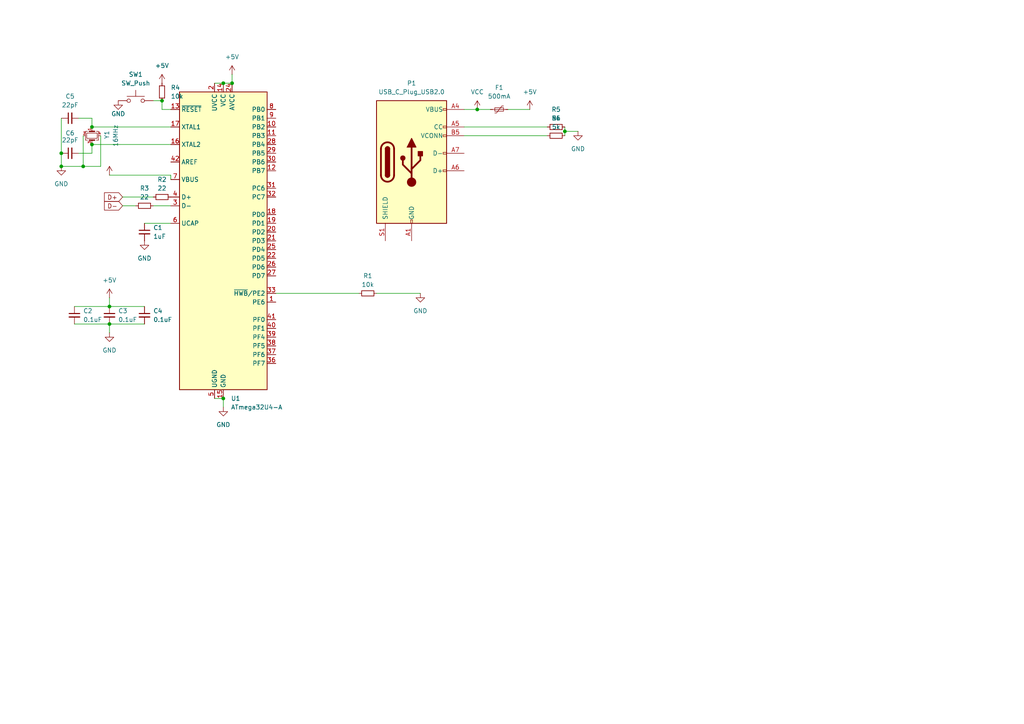
<source format=kicad_sch>
(kicad_sch (version 20231120) (generator "eeschema") (generator_version "8.0")
  (paper "A4")
  (lib_symbols
    (symbol "Connector:USB_C_Plug_USB2.0" (pin_names (offset 1.016))
      (property "Reference" "P" (at -10.16 19.05 0))
      (property "Value" "USB_C_Plug_USB2.0" (at 12.7 19.05 0))
      (symbol "USB_C_Plug_USB2.0_0_0"
        (rectangle (start -0.254 -17.78) (end 0.254 -16.764))
        (rectangle (start 10.16 -2.286) (end 9.144 -2.794))
        (rectangle (start 10.16 2.794) (end 9.144 2.286))
        (rectangle (start 10.16 7.874) (end 9.144 7.366))
        (rectangle (start 10.16 10.414) (end 9.144 9.906))
        (rectangle (start 10.16 15.494) (end 9.144 14.986))
      )
      (symbol "USB_C_Plug_USB2.0_0_1"
        (rectangle (start -10.16 17.78) (end 10.16 -17.78) (stroke (width 0.254)) (fill (type background)))
        (arc (start -8.89 -3.81) (mid -6.985 -5.7067) (end -5.08 -3.81) (stroke (width 0.508)))
        (arc (start -7.62 -3.81) (mid -6.985 -4.4423) (end -6.35 -3.81) (stroke (width 0.254)))
        (arc (start -7.62 -3.81) (mid -6.985 -4.4423) (end -6.35 -3.81) (stroke (width 0.254)) (fill (type outline)))
        (rectangle (start -7.62 -3.81) (end -6.35 3.81) (stroke (width 0.254)) (fill (type outline)))
        (arc (start -6.35 3.81) (mid -6.985 4.4423) (end -7.62 3.81) (stroke (width 0.254)))
        (arc (start -6.35 3.81) (mid -6.985 4.4423) (end -7.62 3.81) (stroke (width 0.254)) (fill (type outline)))
        (arc (start -5.08 3.81) (mid -6.985 5.7067) (end -8.89 3.81) (stroke (width 0.508)))
        (circle (center -2.54 1.143) (radius 0.635) (stroke (width 0.254)) (fill (type outline)))
        (circle (center 0 -5.842) (radius 1.27) (fill (type outline)))
        (polyline (pts (xy -8.89 -3.81) (xy -8.89 3.81)) (stroke (width 0.508)))
        (polyline (pts (xy -5.08 3.81) (xy -5.08 -3.81)) (stroke (width 0.508)))
        (polyline (pts (xy 0 -5.842) (xy 0 4.318)) (stroke (width 0.508)))
        (polyline (pts (xy 0 -3.302) (xy -2.54 -0.762) (xy -2.54 0.508)) (stroke (width 0.508)))
        (polyline (pts (xy 0 -2.032) (xy 2.54 0.508) (xy 2.54 1.778)) (stroke (width 0.508)))
        (polyline (pts (xy -1.27 4.318) (xy 0 6.858) (xy 1.27 4.318) (xy -1.27 4.318)) (stroke (width 0.254)) (fill (type outline)))
        (rectangle (start 1.905 1.778) (end 3.175 3.048) (stroke (width 0.254)) (fill (type outline)))
      )
      (symbol "USB_C_Plug_USB2.0_1_1"
        (pin passive line (at 0 -22.86 90) (length 5.08) (name "GND") (number "A1"))
        (pin passive line (at 0 -22.86 90) (length 5.08) hide (name "GND") (number "A12"))
        (pin passive line (at 15.24 15.24 180) (length 5.08) (name "VBUS") (number "A4"))
        (pin bidirectional line (at 15.24 10.16 180) (length 5.08) (name "CC") (number "A5"))
        (pin bidirectional line (at 15.24 -2.54 180) (length 5.08) (name "D+") (number "A6"))
        (pin bidirectional line (at 15.24 2.54 180) (length 5.08) (name "D-") (number "A7"))
        (pin passive line (at 15.24 15.24 180) (length 5.08) hide (name "VBUS") (number "A9"))
        (pin passive line (at 0 -22.86 90) (length 5.08) hide (name "GND") (number "B1"))
        (pin passive line (at 0 -22.86 90) (length 5.08) hide (name "GND") (number "B12"))
        (pin passive line (at 15.24 15.24 180) (length 5.08) hide (name "VBUS") (number "B4"))
        (pin bidirectional line (at 15.24 7.62 180) (length 5.08) (name "VCONN") (number "B5"))
        (pin passive line (at 15.24 15.24 180) (length 5.08) hide (name "VBUS") (number "B9"))
        (pin passive line (at -7.62 -22.86 90) (length 5.08) (name "SHIELD") (number "S1"))
      )
    )
    (symbol "Device:C_Small" (pin_numbers hide) (pin_names (offset 0.254) hide)
      (property "Reference" "C" (at 0.254 1.778 0))
      (property "Value" "C_Small" (at 0.254 -2.032 0))
      (symbol "C_Small_0_1"
        (polyline (pts (xy -1.524 -0.508) (xy 1.524 -0.508)) (stroke (width 0.3302)))
        (polyline (pts (xy -1.524 0.508) (xy 1.524 0.508)) (stroke (width 0.3048)))
      )
      (symbol "C_Small_1_1"
        (pin passive line (at 0 2.54 270) (length 2.032) (name "~") (number "1"))
        (pin passive line (at 0 -2.54 90) (length 2.032) (name "~") (number "2"))
      )
    )
    (symbol "Device:Crystal_GND24_Small" (pin_names (offset 1.016) hide)
      (property "Reference" "Y" (at 1.27 4.445 0))
      (property "Value" "Crystal_GND24_Small" (at 1.27 2.54 0))
      (symbol "Crystal_GND24_Small_0_1"
        (rectangle (start -0.762 -1.524) (end 0.762 1.524))
        (polyline (pts (xy -1.27 -0.762) (xy -1.27 0.762)) (stroke (width 0.381)))
        (polyline (pts (xy 1.27 -0.762) (xy 1.27 0.762)) (stroke (width 0.381)))
        (polyline (pts (xy -1.27 -1.27) (xy -1.27 -1.905) (xy 1.27 -1.905) (xy 1.27 -1.27)))
        (polyline (pts (xy -1.27 1.27) (xy -1.27 1.905) (xy 1.27 1.905) (xy 1.27 1.27)))
      )
      (symbol "Crystal_GND24_Small_1_1"
        (pin passive line (at -2.54 0 0) (length 1.27) (name "1") (number "1"))
        (pin passive line (at 0 -2.54 90) (length 0.635) (name "2") (number "2"))
        (pin passive line (at 2.54 0 180) (length 1.27) (name "3") (number "3"))
        (pin passive line (at 0 2.54 270) (length 0.635) (name "4") (number "4"))
      )
    )
    (symbol "Device:Polyfuse_Small" (pin_numbers hide) (pin_names (offset 0))
      (property "Reference" "F" (at -1.905 0 90))
      (property "Value" "Polyfuse_Small" (at 1.905 0 90))
      (symbol "Polyfuse_Small_0_1"
        (rectangle (start -0.508 1.27) (end 0.508 -1.27))
        (polyline (pts (xy 0 2.54) (xy 0 -2.54)))
        (polyline (pts (xy -1.016 1.27) (xy -1.016 0.762) (xy 1.016 -0.762) (xy 1.016 -1.27)))
      )
      (symbol "Polyfuse_Small_1_1"
        (pin passive line (at 0 2.54 270) (length 0.635) (name "~") (number "1"))
        (pin passive line (at 0 -2.54 90) (length 0.635) (name "~") (number "2"))
      )
    )
    (symbol "Device:R_Small" (pin_numbers hide) (pin_names (offset 0.254) hide)
      (property "Reference" "R" (at 0.762 0.508 0))
      (property "Value" "R_Small" (at 0.762 -1.016 0))
      (symbol "R_Small_0_1"
        (rectangle (start -0.762 1.778) (end 0.762 -1.778) (stroke (width 0.2032)))
      )
      (symbol "R_Small_1_1"
        (pin passive line (at 0 2.54 270) (length 0.762) (name "~") (number "1"))
        (pin passive line (at 0 -2.54 90) (length 0.762) (name "~") (number "2"))
      )
    )
    (symbol "MCU_Microchip_ATmega:ATmega32U4-A"
      (property "Reference" "U" (at -12.7 44.45 0))
      (property "Value" "ATmega32U4-A" (at 2.54 -44.45 0))
      (symbol "ATmega32U4-A_0_1"
        (rectangle (start -12.7 -43.18) (end 12.7 43.18) (stroke (width 0.254)) (fill (type background)))
      )
      (symbol "ATmega32U4-A_1_1"
        (pin bidirectional line (at 15.24 -17.78 180) (length 2.54) (name "PE6") (number "1"))
        (pin bidirectional line (at 15.24 33.02 180) (length 2.54) (name "PB2") (number "10"))
        (pin bidirectional line (at 15.24 30.48 180) (length 2.54) (name "PB3") (number "11"))
        (pin bidirectional line (at 15.24 20.32 180) (length 2.54) (name "PB7") (number "12"))
        (pin input line (at -15.24 38.1 0) (length 2.54) (name "~{RESET}") (number "13"))
        (pin power_in line (at 0 45.72 270) (length 2.54) (name "VCC") (number "14"))
        (pin power_in line (at 0 -45.72 90) (length 2.54) (name "GND") (number "15"))
        (pin output line (at -15.24 27.94 0) (length 2.54) (name "XTAL2") (number "16"))
        (pin input line (at -15.24 33.02 0) (length 2.54) (name "XTAL1") (number "17"))
        (pin bidirectional line (at 15.24 7.62 180) (length 2.54) (name "PD0") (number "18"))
        (pin bidirectional line (at 15.24 5.08 180) (length 2.54) (name "PD1") (number "19"))
        (pin power_in line (at -2.54 45.72 270) (length 2.54) (name "UVCC") (number "2"))
        (pin bidirectional line (at 15.24 2.54 180) (length 2.54) (name "PD2") (number "20"))
        (pin bidirectional line (at 15.24 0 180) (length 2.54) (name "PD3") (number "21"))
        (pin bidirectional line (at 15.24 -5.08 180) (length 2.54) (name "PD5") (number "22"))
        (pin passive line (at 0 -45.72 90) (length 2.54) hide (name "GND") (number "23"))
        (pin power_in line (at 2.54 45.72 270) (length 2.54) (name "AVCC") (number "24"))
        (pin bidirectional line (at 15.24 -2.54 180) (length 2.54) (name "PD4") (number "25"))
        (pin bidirectional line (at 15.24 -7.62 180) (length 2.54) (name "PD6") (number "26"))
        (pin bidirectional line (at 15.24 -10.16 180) (length 2.54) (name "PD7") (number "27"))
        (pin bidirectional line (at 15.24 27.94 180) (length 2.54) (name "PB4") (number "28"))
        (pin bidirectional line (at 15.24 25.4 180) (length 2.54) (name "PB5") (number "29"))
        (pin bidirectional line (at -15.24 10.16 0) (length 2.54) (name "D-") (number "3"))
        (pin bidirectional line (at 15.24 22.86 180) (length 2.54) (name "PB6") (number "30"))
        (pin bidirectional line (at 15.24 15.24 180) (length 2.54) (name "PC6") (number "31"))
        (pin bidirectional line (at 15.24 12.7 180) (length 2.54) (name "PC7") (number "32"))
        (pin bidirectional line (at 15.24 -15.24 180) (length 2.54) (name "~{HWB}/PE2") (number "33"))
        (pin passive line (at 0 45.72 270) (length 2.54) hide (name "VCC") (number "34"))
        (pin passive line (at 0 -45.72 90) (length 2.54) hide (name "GND") (number "35"))
        (pin bidirectional line (at 15.24 -35.56 180) (length 2.54) (name "PF7") (number "36"))
        (pin bidirectional line (at 15.24 -33.02 180) (length 2.54) (name "PF6") (number "37"))
        (pin bidirectional line (at 15.24 -30.48 180) (length 2.54) (name "PF5") (number "38"))
        (pin bidirectional line (at 15.24 -27.94 180) (length 2.54) (name "PF4") (number "39"))
        (pin bidirectional line (at -15.24 12.7 0) (length 2.54) (name "D+") (number "4"))
        (pin bidirectional line (at 15.24 -25.4 180) (length 2.54) (name "PF1") (number "40"))
        (pin bidirectional line (at 15.24 -22.86 180) (length 2.54) (name "PF0") (number "41"))
        (pin passive line (at -15.24 22.86 0) (length 2.54) (name "AREF") (number "42"))
        (pin passive line (at 0 -45.72 90) (length 2.54) hide (name "GND") (number "43"))
        (pin passive line (at 2.54 45.72 270) (length 2.54) hide (name "AVCC") (number "44"))
        (pin passive line (at -2.54 -45.72 90) (length 2.54) (name "UGND") (number "5"))
        (pin passive line (at -15.24 5.08 0) (length 2.54) (name "UCAP") (number "6"))
        (pin input line (at -15.24 17.78 0) (length 2.54) (name "VBUS") (number "7"))
        (pin bidirectional line (at 15.24 38.1 180) (length 2.54) (name "PB0") (number "8"))
        (pin bidirectional line (at 15.24 35.56 180) (length 2.54) (name "PB1") (number "9"))
      )
    )
    (symbol "Switch:SW_Push" (pin_numbers hide) (pin_names (offset 1.016) hide)
      (property "Reference" "SW" (at 1.27 2.54 0))
      (property "Value" "SW_Push" (at 0 -1.524 0))
      (symbol "SW_Push_0_1"
        (circle (center -2.032 0) (radius 0.508))
        (polyline (pts (xy 0 1.27) (xy 0 3.048)))
        (polyline (pts (xy 2.54 1.27) (xy -2.54 1.27)))
        (circle (center 2.032 0) (radius 0.508))
        (pin passive line (at -5.08 0 0) (length 2.54) (name "1") (number "1"))
        (pin passive line (at 5.08 0 180) (length 2.54) (name "2") (number "2"))
      )
    )
    (symbol "power:+5V" (power) (pin_numbers hide) (pin_names (offset 0) hide)
      (property "Value" "+5V" (at 0 3.556 0))
      (symbol "+5V_0_1"
        (polyline (pts (xy -0.762 1.27) (xy 0 2.54)))
        (polyline (pts (xy 0 0) (xy 0 2.54)))
        (polyline (pts (xy 0 2.54) (xy 0.762 1.27)))
      )
      (symbol "+5V_1_1"
        (pin power_in line (at 0 0 90) (length 0) (name "~") (number "1"))
      )
    )
    (symbol "power:GND" (power) (pin_numbers hide) (pin_names (offset 0) hide)
      (property "Value" "GND" (at 0 -3.81 0))
      (symbol "GND_0_1"
        (polyline (pts (xy 0 0) (xy 0 -1.27) (xy 1.27 -1.27) (xy 0 -2.54) (xy -1.27 -1.27) (xy 0 -1.27)))
      )
      (symbol "GND_1_1"
        (pin power_in line (at 0 0 270) (length 0) (name "~") (number "1"))
      )
    )
    (symbol "power:VCC" (power) (pin_numbers hide) (pin_names (offset 0) hide)
      (property "Value" "VCC" (at 0 3.556 0))
      (symbol "VCC_0_1"
        (polyline (pts (xy -0.762 1.27) (xy 0 2.54)))
        (polyline (pts (xy 0 0) (xy 0 2.54)))
        (polyline (pts (xy 0 2.54) (xy 0.762 1.27)))
      )
      (symbol "VCC_1_1"
        (pin power_in line (at 0 0 90) (length 0) (name "~") (number "1"))
      )
    )
  )
  (junction (at 26.67 36.83))
  (junction (at 17.78 44.45))
  (junction (at 24.13 48.26))
  (junction (at 46.99 29.21))
  (junction (at 26.67 41.91))
  (junction (at 31.75 93.98))
  (junction (at 163.83 38.1))
  (junction (at 138.43 31.75))
  (junction (at 64.77 24.13))
  (junction (at 17.78 48.26))
  (junction (at 67.31 24.13))
  (junction (at 31.75 88.9))
  (junction (at 64.77 115.57))
  (wire (pts (xy 31.75 93.98) (xy 31.75 96.52)))
  (wire (pts (xy 17.78 44.45) (xy 17.78 48.26)))
  (wire (pts (xy 158.75 36.83) (xy 134.62 36.83)))
  (wire (pts (xy 44.45 29.21) (xy 46.99 29.21)))
  (wire (pts (xy 17.78 34.29) (xy 17.78 44.45)))
  (wire (pts (xy 29.21 39.37) (xy 29.21 48.26)))
  (wire (pts (xy 35.56 59.69) (xy 39.37 59.69)))
  (wire (pts (xy 22.86 34.29) (xy 26.67 34.29)))
  (wire (pts (xy 26.67 34.29) (xy 26.67 36.83)))
  (wire (pts (xy 31.75 50.8) (xy 49.53 50.8)))
  (wire (pts (xy 46.99 31.75) (xy 49.53 31.75)))
  (wire (pts (xy 67.31 24.13) (xy 64.77 24.13)))
  (wire (pts (xy 134.62 31.75) (xy 138.43 31.75)))
  (wire (pts (xy 104.14 85.09) (xy 80.01 85.09)))
  (wire (pts (xy 158.75 39.37) (xy 134.62 39.37)))
  (wire (pts (xy 44.45 59.69) (xy 49.53 59.69)))
  (wire (pts (xy 64.77 118.11) (xy 64.77 115.57)))
  (wire (pts (xy 26.67 36.83) (xy 49.53 36.83)))
  (wire (pts (xy 31.75 86.36) (xy 31.75 88.9)))
  (wire (pts (xy 31.75 88.9) (xy 41.91 88.9)))
  (wire (pts (xy 163.83 38.1) (xy 163.83 39.37)))
  (wire (pts (xy 121.92 85.09) (xy 109.22 85.09)))
  (wire (pts (xy 167.64 38.1) (xy 163.83 38.1)))
  (wire (pts (xy 138.43 31.75) (xy 142.24 31.75)))
  (wire (pts (xy 24.13 39.37) (xy 24.13 48.26)))
  (wire (pts (xy 64.77 24.13) (xy 62.23 24.13)))
  (wire (pts (xy 22.86 44.45) (xy 26.67 44.45)))
  (wire (pts (xy 21.59 93.98) (xy 31.75 93.98)))
  (wire (pts (xy 29.21 48.26) (xy 24.13 48.26)))
  (wire (pts (xy 41.91 64.77) (xy 49.53 64.77)))
  (wire (pts (xy 26.67 44.45) (xy 26.67 41.91)))
  (wire (pts (xy 17.78 48.26) (xy 24.13 48.26)))
  (wire (pts (xy 163.83 38.1) (xy 163.83 36.83)))
  (wire (pts (xy 31.75 93.98) (xy 41.91 93.98)))
  (wire (pts (xy 26.67 41.91) (xy 49.53 41.91)))
  (wire (pts (xy 46.99 29.21) (xy 46.99 31.75)))
  (wire (pts (xy 67.31 21.59) (xy 67.31 24.13)))
  (wire (pts (xy 35.56 57.15) (xy 44.45 57.15)))
  (wire (pts (xy 147.32 31.75) (xy 153.67 31.75)))
  (wire (pts (xy 49.53 52.07) (xy 49.53 50.8)))
  (wire (pts (xy 64.77 115.57) (xy 62.23 115.57)))
  (wire (pts (xy 21.59 88.9) (xy 31.75 88.9)))
  (global_label "D-" (shape input) (at 35.56 59.69 180) (property "Intersheetrefs" "${INTERSHEET_REFS}" (effects (hide yes))))
  (global_label "D+" (shape input) (at 35.56 57.15 180) (property "Intersheetrefs" "${INTERSHEET_REFS}" (effects (hide yes))))
  (symbol (lib_id "power:GND") (at 121.92 85.09 0) (unit 1)
    (property "Reference" "#PWR03" (effects (hide yes)))
    (property "Value" "GND" (at 121.92 90.17 0))
    (property "Description" "Power symbol creates a global label with name \"GND\" , ground" (effects (hide yes)))
  )
  (symbol (lib_id "Device:C_Small") (at 21.59 91.44 0) (unit 1)
    (property "Reference" "C2" (at 24.13 90.1762 0) (effects (justify left)))
    (property "Value" "0.1uF" (at 24.13 92.7162 0) (effects (justify left)))
    (property "Description" "Unpolarized capacitor, small symbol" (effects (hide yes)))
  )
  (symbol (lib_id "Device:R_Small") (at 46.99 26.67 180) (unit 1)
    (property "Reference" "R4" (at 49.53 25.3999 0) (effects (justify right)))
    (property "Value" "10k" (at 49.53 27.9399 0) (effects (justify right)))
    (property "Description" "Resistor, small symbol" (effects (hide yes)))
  )
  (symbol (lib_id "Device:Crystal_GND24_Small") (at 26.67 39.37 270) (unit 1)
    (property "Reference" "Y1" (at 30.988 39.116 0))
    (property "Value" "16MHz" (at 33.528 39.37 0))
    (property "Description" "Four pin crystal, GND on pins 2 and 4, small symbol" (effects (hide yes)))
  )
  (symbol (lib_id "power:+5V") (at 31.75 50.8 0) (unit 1)
    (property "Reference" "#PWR07" (effects (hide yes)))
    (property "Value" "+5V" (effects (hide yes)))
    (property "Description" "Power symbol creates a global label with name \"+5V\"" (effects (hide yes)))
  )
  (symbol (lib_id "Device:R_Small") (at 41.91 59.69 90) (unit 1)
    (property "Reference" "R3" (at 41.91 54.61 90))
    (property "Value" "22" (at 41.91 57.15 90))
    (property "Description" "Resistor, small symbol" (effects (hide yes)))
  )
  (symbol (lib_id "Device:C_Small") (at 41.91 67.31 0) (unit 1)
    (property "Reference" "C1" (at 44.45 66.0462 0) (effects (justify left)))
    (property "Value" "1uF" (at 44.45 68.5862 0) (effects (justify left)))
    (property "Description" "Unpolarized capacitor, small symbol" (effects (hide yes)))
  )
  (symbol (lib_id "Connector:USB_C_Plug_USB2.0") (at 119.38 46.99 0) (unit 1)
    (property "Reference" "P1" (at 119.38 24.13 0))
    (property "Value" "USB_C_Plug_USB2.0" (at 119.38 26.67 0))
    (property "Datasheet" "https://www.usb.org/sites/default/files/documents/usb_type-c.zip" (effects (hide yes)))
    (property "Description" "USB 2.0-only Type-C Plug connector" (effects (hide yes)))
  )
  (symbol (lib_id "power:GND") (at 31.75 96.52 0) (unit 1)
    (property "Reference" "#PWR06" (effects (hide yes)))
    (property "Value" "GND" (at 31.75 101.6 0))
    (property "Description" "Power symbol creates a global label with name \"GND\" , ground" (effects (hide yes)))
  )
  (symbol (lib_id "MCU_Microchip_ATmega:ATmega32U4-A") (at 64.77 69.85 0) (unit 1)
    (property "Reference" "U1" (at 66.9641 115.57 0) (effects (justify left)))
    (property "Value" "ATmega32U4-A" (at 66.9641 118.11 0) (effects (justify left)))
    (property "Footprint" "Package_QFP:TQFP-44_10x10mm_P0.8mm" (effects (hide yes)))
    (property "Datasheet" "http://ww1.microchip.com/downloads/en/DeviceDoc/Atmel-7766-8-bit-AVR-ATmega16U4-32U4_Datasheet.pdf" (effects (hide yes)))
    (property "Description" "16MHz, 32kB Flash, 2.5kB SRAM, 1kB EEPROM, USB 2.0, TQFP-44" (effects (hide yes)))
  )
  (symbol (lib_id "Device:Polyfuse_Small") (at 144.78 31.75 90) (unit 1)
    (property "Reference" "F1" (at 144.78 25.4 90))
    (property "Value" "500mA" (at 144.78 27.94 90))
    (property "Description" "Resettable fuse, polymeric positive temperature coefficient, small symbol" (effects (hide yes)))
  )
  (symbol (lib_id "power:GND") (at 64.77 118.11 0) (unit 1)
    (property "Reference" "#PWR02" (effects (hide yes)))
    (property "Value" "GND" (at 64.77 123.19 0))
    (property "Description" "Power symbol creates a global label with name \"GND\" , ground" (effects (hide yes)))
  )
  (symbol (lib_id "power:+5V") (at 31.75 86.36 0) (unit 1)
    (property "Reference" "#PWR05" (effects (hide yes)))
    (property "Value" "+5V" (at 31.75 81.28 0))
    (property "Description" "Power symbol creates a global label with name \"+5V\"" (effects (hide yes)))
  )
  (symbol (lib_id "power:VCC") (at 138.43 31.75 0) (unit 1)
    (property "Reference" "#PWR013" (effects (hide yes)))
    (property "Value" "VCC" (at 138.43 26.67 0))
    (property "Description" "Power symbol creates a global label with name \"VCC\"" (effects (hide yes)))
  )
  (symbol (lib_id "Device:R_Small") (at 161.29 36.83 90) (unit 1)
    (property "Reference" "R5" (at 161.29 31.75 90))
    (property "Value" "5k" (at 161.29 34.29 90))
    (property "Description" "Resistor, small symbol" (effects (hide yes)))
  )
  (symbol (lib_id "Device:R_Small") (at 161.29 39.37 90) (unit 1)
    (property "Reference" "R6" (at 161.29 34.29 90))
    (property "Value" "5k" (at 161.29 36.83 90))
    (property "Description" "Resistor, small symbol" (effects (hide yes)))
  )
  (symbol (lib_id "power:GND") (at 34.29 29.21 0) (unit 1)
    (property "Reference" "#PWR09" (effects (hide yes)))
    (property "Value" "GND" (at 34.29 33.02 0))
    (property "Description" "Power symbol creates a global label with name \"GND\" , ground" (effects (hide yes)))
  )
  (symbol (lib_id "Device:C_Small") (at 20.32 34.29 90) (unit 1)
    (property "Reference" "C5" (at 20.3263 27.94 90))
    (property "Value" "22pF" (at 20.3263 30.48 90))
    (property "Description" "Unpolarized capacitor, small symbol" (effects (hide yes)))
  )
  (symbol (lib_id "power:+5V") (at 46.99 24.13 0) (unit 1)
    (property "Reference" "#PWR010" (effects (hide yes)))
    (property "Value" "+5V" (at 46.99 19.05 0))
    (property "Description" "Power symbol creates a global label with name \"+5V\"" (effects (hide yes)))
  )
  (symbol (lib_id "power:GND") (at 41.91 69.85 0) (unit 1)
    (property "Reference" "#PWR04" (effects (hide yes)))
    (property "Value" "GND" (at 41.91 74.93 0))
    (property "Description" "Power symbol creates a global label with name \"GND\" , ground" (effects (hide yes)))
  )
  (symbol (lib_id "power:GND") (at 17.78 48.26 0) (unit 1)
    (property "Reference" "#PWR08" (effects (hide yes)))
    (property "Value" "GND" (at 17.78 53.34 0))
    (property "Description" "Power symbol creates a global label with name \"GND\" , ground" (effects (hide yes)))
  )
  (symbol (lib_id "Device:C_Small") (at 20.32 44.45 90) (unit 1)
    (property "Reference" "C6" (at 20.32 38.608 90))
    (property "Value" "22pF" (at 20.3263 40.64 90))
    (property "Description" "Unpolarized capacitor, small symbol" (effects (hide yes)))
  )
  (symbol (lib_id "Device:R_Small") (at 46.99 57.15 90) (unit 1)
    (property "Reference" "R2" (at 46.99 52.07 90))
    (property "Value" "22" (at 46.99 54.61 90))
    (property "Description" "Resistor, small symbol" (effects (hide yes)))
  )
  (symbol (lib_id "Device:C_Small") (at 41.91 91.44 0) (unit 1)
    (property "Reference" "C4" (at 44.45 90.1762 0) (effects (justify left)))
    (property "Value" "0.1uF" (at 44.45 92.7162 0) (effects (justify left)))
    (property "Description" "Unpolarized capacitor, small symbol" (effects (hide yes)))
  )
  (symbol (lib_id "power:GND") (at 167.64 38.1 0) (unit 1)
    (property "Reference" "#PWR011" (effects (hide yes)))
    (property "Value" "GND" (at 167.64 43.18 0))
    (property "Description" "Power symbol creates a global label with name \"GND\" , ground" (effects (hide yes)))
  )
  (symbol (lib_id "power:+5V") (at 153.67 31.75 0) (unit 1)
    (property "Reference" "#PWR012" (effects (hide yes)))
    (property "Value" "+5V" (at 153.67 26.67 0))
    (property "Description" "Power symbol creates a global label with name \"+5V\"" (effects (hide yes)))
  )
  (symbol (lib_id "power:+5V") (at 67.31 21.59 0) (unit 1)
    (property "Reference" "#PWR01" (effects (hide yes)))
    (property "Value" "+5V" (at 67.31 16.51 0))
    (property "Description" "Power symbol creates a global label with name \"+5V\"" (effects (hide yes)))
  )
  (symbol (lib_id "Switch:SW_Push") (at 39.37 29.21 0) (unit 1)
    (property "Reference" "SW1" (at 39.37 21.59 0))
    (property "Value" "SW_Push" (at 39.37 24.13 0))
    (property "Description" "Push button switch, generic, two pins" (effects (hide yes)))
  )
  (symbol (lib_id "Device:R_Small") (at 106.68 85.09 90) (unit 1)
    (property "Reference" "R1" (at 106.68 80.01 90))
    (property "Value" "10k" (at 106.68 82.55 90))
    (property "Description" "Resistor, small symbol" (effects (hide yes)))
  )
  (symbol (lib_id "Device:C_Small") (at 31.75 91.44 0) (unit 1)
    (property "Reference" "C3" (at 34.29 90.1762 0) (effects (justify left)))
    (property "Value" "0.1uF" (at 34.29 92.7162 0) (effects (justify left)))
    (property "Description" "Unpolarized capacitor, small symbol" (effects (hide yes)))
  )
)
</source>
